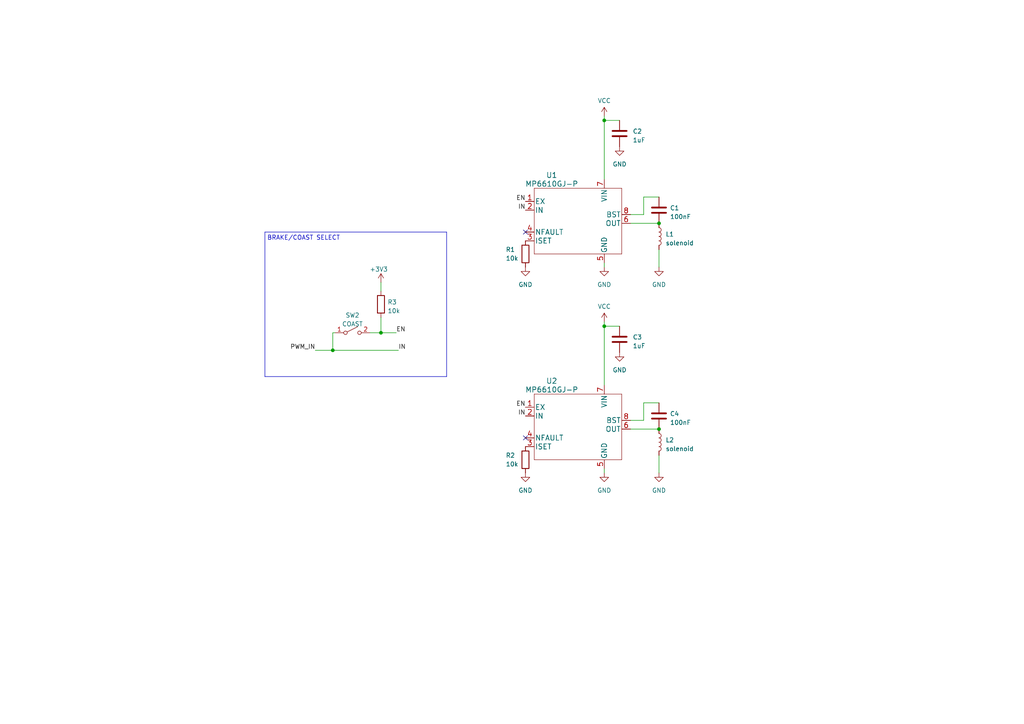
<source format=kicad_sch>
(kicad_sch (version 20230121) (generator eeschema)
  (paper "A4")
  (title_block (title "Solenoid Driver Module") (date "2023-02-24") (rev "0"))
  (lib_symbols
    (symbol "Device:C" (pin_numbers hide) (pin_names (offset 0.254))
      (property "Reference" "C" (at 0.635 2.54 0))
      (property "Value" "C" (at 0.635 -2.54 0))
      (symbol "C_0_1"
        (polyline (pts (xy -2.032 -0.762) (xy 2.032 -0.762)) (stroke (width 0.508)))
        (polyline (pts (xy -2.032 0.762) (xy 2.032 0.762)) (stroke (width 0.508)))
      )
      (symbol "C_1_1"
        (pin passive line (at 0 3.81 270) (length 2.794) (name "~") (number "1"))
        (pin passive line (at 0 -3.81 90) (length 2.794) (name "~") (number "2"))
      )
    )
    (symbol "Device:L" (pin_numbers hide) (pin_names (offset 1.016) hide)
      (property "Reference" "L" (at -1.27 0 90))
      (property "Value" "L" (at 1.905 0 90))
      (symbol "L_0_1"
        (arc (start 0 -2.54) (mid 0.6323 -1.905) (end 0 -1.27))
        (arc (start 0 -1.27) (mid 0.6323 -0.635) (end 0 0))
        (arc (start 0 0) (mid 0.6323 0.635) (end 0 1.27))
        (arc (start 0 1.27) (mid 0.6323 1.905) (end 0 2.54))
      )
      (symbol "L_1_1"
        (pin passive line (at 0 3.81 270) (length 1.27) (name "1") (number "1"))
        (pin passive line (at 0 -3.81 90) (length 1.27) (name "2") (number "2"))
      )
    )
    (symbol "Device:R" (pin_numbers hide) (pin_names (offset 0))
      (property "Reference" "R" (at 2.032 0 90))
      (property "Value" "R" (at 0 0 90))
      (symbol "R_0_1"
        (rectangle (start -1.016 -2.54) (end 1.016 2.54) (stroke (width 0.254)))
      )
      (symbol "R_1_1"
        (pin passive line (at 0 3.81 270) (length 1.27) (name "~") (number "1"))
        (pin passive line (at 0 -3.81 90) (length 1.27) (name "~") (number "2"))
      )
    )
    (symbol "MP6610GJ-P_1" (pin_names (offset 0.254))
      (property "Reference" "U1" (at 12.7 8.89 0))
      (property "Value" "MP6610GJ-P" (at 12.7 6.35 0))
      (symbol "MP6610GJ-P_1_1_1"
        (polyline (pts (xy 7.62 -13.97) (xy 33.02 -13.97)) (stroke (width 0.127)))
        (polyline (pts (xy 7.62 5.08) (xy 7.62 -13.97)) (stroke (width 0.127)))
        (polyline (pts (xy 33.02 -13.97) (xy 33.02 5.08)) (stroke (width 0.127)))
        (polyline (pts (xy 33.02 5.08) (xy 7.62 5.08)) (stroke (width 0.127)))
        (pin input line (at 5.08 1.27 0) (length 2.54) (name "EX") (number "1"))
        (pin input line (at 5.08 -1.27 0) (length 2.54) (name "IN") (number "2"))
        (pin passive line (at 5.08 -10.16 0) (length 2.54) (name "ISET") (number "3"))
        (pin passive line (at 5.08 -7.62 0) (length 2.54) (name "NFAULT") (number "4"))
        (pin power_in line (at 27.94 -16.51 90) (length 2.54) (name "GND") (number "5"))
        (pin output line (at 35.56 -5.08 180) (length 2.54) (name "OUT") (number "6"))
        (pin power_in line (at 27.94 7.62 270) (length 2.54) (name "VIN") (number "7"))
        (pin passive line (at 35.56 -2.54 180) (length 2.54) (name "BST") (number "8"))
      )
    )
    (symbol "Switch:SW_SPST" (pin_names (offset 0) hide)
      (property "Reference" "SW" (at 0 3.175 0))
      (property "Value" "SW_SPST" (at 0 -2.54 0))
      (symbol "SW_SPST_0_0"
        (circle (center -2.032 0) (radius 0.508))
        (polyline (pts (xy -1.524 0.254) (xy 1.524 1.778)))
        (circle (center 2.032 0) (radius 0.508))
      )
      (symbol "SW_SPST_1_1"
        (pin passive line (at -5.08 0 0) (length 2.54) (name "A") (number "1"))
        (pin passive line (at 5.08 0 180) (length 2.54) (name "B") (number "2"))
      )
    )
    (symbol "power:+3V3" (power) (pin_names (offset 0))
      (property "Value" "+3V3" (at 0 3.556 0))
      (symbol "+3V3_0_1"
        (polyline (pts (xy -0.762 1.27) (xy 0 2.54)))
        (polyline (pts (xy 0 0) (xy 0 2.54)))
        (polyline (pts (xy 0 2.54) (xy 0.762 1.27)))
      )
      (symbol "+3V3_1_1"
        (pin power_in line (at 0 0 90) (length 0) hide (name "+3V3") (number "1"))
      )
    )
    (symbol "power:GND" (power) (pin_names (offset 0))
      (property "Value" "GND" (at 0 -3.81 0))
      (symbol "GND_0_1"
        (polyline (pts (xy 0 0) (xy 0 -1.27) (xy 1.27 -1.27) (xy 0 -2.54) (xy -1.27 -1.27) (xy 0 -1.27)))
      )
      (symbol "GND_1_1"
        (pin power_in line (at 0 0 270) (length 0) hide (name "GND") (number "1"))
      )
    )
    (symbol "power:VCC" (power) (pin_names (offset 0))
      (property "Value" "VCC" (at 0 3.81 0))
      (symbol "VCC_0_1"
        (polyline (pts (xy -0.762 1.27) (xy 0 2.54)))
        (polyline (pts (xy 0 0) (xy 0 2.54)))
        (polyline (pts (xy 0 2.54) (xy 0.762 1.27)))
      )
      (symbol "VCC_1_1"
        (pin power_in line (at 0 0 90) (length 0) hide (name "VCC") (number "1"))
      )
    )
  )
  (junction (at 96.52 101.6))
  (junction (at 110.49 96.52))
  (junction (at 191.135 64.77))
  (junction (at 191.135 124.46))
  (junction (at 175.26 94.615))
  (junction (at 175.26 34.925))
  (no_connect (at 152.4 127))
  (no_connect (at 152.4 67.31))
  (wire (pts (xy 175.26 137.16) (xy 175.26 135.89)))
  (wire (pts (xy 107.315 96.52) (xy 110.49 96.52)))
  (polyline (pts (xy 129.54 109.22) (xy 76.835 109.22)))
  (wire (pts (xy 96.52 101.6) (xy 115.57 101.6)))
  (polyline (pts (xy 129.54 67.31) (xy 129.54 109.22)))
  (wire (pts (xy 191.135 132.08) (xy 191.135 137.16)))
  (wire (pts (xy 179.705 34.925) (xy 175.26 34.925)))
  (wire (pts (xy 182.88 124.46) (xy 191.135 124.46)))
  (polyline (pts (xy 76.835 67.31) (xy 76.835 109.22)))
  (wire (pts (xy 175.26 94.615) (xy 175.26 111.76)))
  (wire (pts (xy 175.26 77.47) (xy 175.26 76.2)))
  (wire (pts (xy 175.26 93.345) (xy 175.26 94.615)))
  (wire (pts (xy 186.69 116.84) (xy 191.135 116.84)))
  (wire (pts (xy 182.88 62.23) (xy 186.69 62.23)))
  (wire (pts (xy 175.26 33.655) (xy 175.26 34.925)))
  (wire (pts (xy 186.69 62.23) (xy 186.69 57.15)))
  (wire (pts (xy 175.26 34.925) (xy 175.26 52.07)))
  (wire (pts (xy 91.44 101.6) (xy 96.52 101.6)))
  (wire (pts (xy 110.49 92.075) (xy 110.49 96.52)))
  (wire (pts (xy 186.69 57.15) (xy 191.135 57.15)))
  (wire (pts (xy 110.49 96.52) (xy 114.935 96.52)))
  (wire (pts (xy 110.49 81.915) (xy 110.49 84.455)))
  (wire (pts (xy 96.52 96.52) (xy 97.155 96.52)))
  (polyline (pts (xy 76.835 67.31) (xy 129.54 67.31)))
  (wire (pts (xy 179.705 94.615) (xy 175.26 94.615)))
  (wire (pts (xy 191.135 72.39) (xy 191.135 77.47)))
  (wire (pts (xy 182.88 64.77) (xy 191.135 64.77)))
  (wire (pts (xy 186.69 121.92) (xy 186.69 116.84)))
  (wire (pts (xy 182.88 121.92) (xy 186.69 121.92)))
  (wire (pts (xy 96.52 101.6) (xy 96.52 96.52)))
  (text "BRAKE/COAST SELECT\n" (at 77.47 69.85 0) (effects (font (size 1.27 1.27)) (justify left bottom)))
  (label "PWM_IN" (at 91.44 101.6 180))
  (label "IN" (at 115.57 101.6 0))
  (label "IN" (at 152.4 60.96 180))
  (label "EN" (at 152.4 58.42 180))
  (label "EN" (at 114.935 96.52 0))
  (label "EN" (at 152.4 118.11 180))
  (label "IN" (at 152.4 120.65 180))
  (symbol (lib_id "power:GND") (at 191.135 77.47 0) (unit 1)
    (property "Reference" "#PWR04" (effects hide))
    (property "Value" "GND" (at 191.135 82.55 0))
  )
  (symbol (lib_id "Device:R") (at 152.4 133.35 0) (unit 1)
    (property "Reference" "R2" (at 146.685 132.08 0) (effects (justify left)))
    (property "Value" "10k" (at 146.685 134.62 0) (effects (justify left)))
  )
  (symbol (lib_id "Device:C") (at 191.135 120.65 0) (unit 1)
    (property "Reference" "C4" (at 194.31 120.015 0) (effects (justify left)))
    (property "Value" "100nF" (at 194.31 122.555 0) (effects (justify left)))
  )
  (symbol (lib_id "Switch:SW_SPST") (at 102.235 96.52 0) (unit 1)
    (property "Reference" "SW2" (at 102.235 91.44 0))
    (property "Value" "COAST" (at 102.235 93.98 0))
  )
  (symbol (lib_id "power:GND") (at 152.4 77.47 0) (unit 1)
    (property "Reference" "#PWR02" (effects hide))
    (property "Value" "GND" (at 152.4 82.55 0))
  )
  (symbol (lib_id "Device:R") (at 152.4 73.66 0) (unit 1)
    (property "Reference" "R1" (at 146.685 72.39 0) (effects (justify left)))
    (property "Value" "10k" (at 146.685 74.93 0) (effects (justify left)))
  )
  (symbol (lib_id "power:VCC") (at 175.26 33.655 0) (unit 1)
    (property "Reference" "#PWR09" (effects hide))
    (property "Value" "VCC" (at 175.26 29.21 0))
  )
  (symbol (lib_id "Device:R") (at 110.49 88.265 0) (unit 1)
    (property "Reference" "R3" (at 112.395 87.63 0) (effects (justify left)))
    (property "Value" "10k" (at 112.395 90.17 0) (effects (justify left)))
  )
  (symbol (lib_id "Device:L") (at 191.135 68.58 0) (unit 1)
    (property "Reference" "L1" (at 193.04 67.945 0) (effects (justify left)))
    (property "Value" "solenoid" (at 193.04 70.485 0) (effects (justify left)))
  )
  (symbol (lib_id "Device:C") (at 179.705 98.425 0) (unit 1)
    (property "Reference" "C3" (at 183.515 97.79 0) (effects (justify left)))
    (property "Value" "1uF" (at 183.515 100.33 0) (effects (justify left)))
  )
  (symbol (lib_id "Device:C") (at 179.705 38.735 0) (unit 1)
    (property "Reference" "C2" (at 183.515 38.1 0) (effects (justify left)))
    (property "Value" "1uF" (at 183.515 40.64 0) (effects (justify left)))
  )
  (symbol (lib_name "MP6610GJ-P_1") (lib_id "MP6610:MP6610GJ-P") (at 147.32 119.38 0) (unit 1)
    (property "Reference" "U2" (at 160.02 110.49 0) (effects (font (size 1.524 1.524))))
    (property "Value" "MP6610GJ-P" (at 160.02 113.03 0) (effects (font (size 1.524 1.524))))
    (property "Footprint" "TSOT23-8_MP6610_MNP" (effects hide))
  )
  (symbol (lib_id "Device:C") (at 191.135 60.96 0) (unit 1)
    (property "Reference" "C1" (at 194.31 60.325 0) (effects (justify left)))
    (property "Value" "100nF" (at 194.31 62.865 0) (effects (justify left)))
  )
  (symbol (lib_id "power:+3V3") (at 110.49 81.915 0) (unit 1)
    (property "Reference" "#PWR011" (effects hide))
    (property "Value" "+3V3" (at 109.855 78.105 0))
  )
  (symbol (lib_id "power:GND") (at 175.26 137.16 0) (unit 1)
    (property "Reference" "#PWR07" (effects hide))
    (property "Value" "GND" (at 175.26 142.24 0))
  )
  (symbol (lib_id "power:GND") (at 152.4 137.16 0) (unit 1)
    (property "Reference" "#PWR05" (effects hide))
    (property "Value" "GND" (at 152.4 142.24 0))
  )
  (symbol (lib_id "power:GND") (at 179.705 42.545 0) (unit 1)
    (property "Reference" "#PWR03" (effects hide))
    (property "Value" "GND" (at 179.705 47.625 0))
  )
  (symbol (lib_id "power:GND") (at 175.26 77.47 0) (unit 1)
    (property "Reference" "#PWR01" (effects hide))
    (property "Value" "GND" (at 175.26 82.55 0))
  )
  (symbol (lib_name "MP6610GJ-P_1") (lib_id "MP6610:MP6610GJ-P") (at 147.32 59.69 0) (unit 1)
    (property "Reference" "U1" (at 160.02 50.8 0) (effects (font (size 1.524 1.524))))
    (property "Value" "MP6610GJ-P" (at 160.02 53.34 0) (effects (font (size 1.524 1.524))))
    (property "Footprint" "TSOT23-8_MP6610_MNP" (effects hide))
  )
  (symbol (lib_id "Device:L") (at 191.135 128.27 0) (unit 1)
    (property "Reference" "L2" (at 193.04 127.635 0) (effects (justify left)))
    (property "Value" "solenoid" (at 193.04 130.175 0) (effects (justify left)))
  )
  (symbol (lib_id "power:GND") (at 179.705 102.235 0) (unit 1)
    (property "Reference" "#PWR08" (effects hide))
    (property "Value" "GND" (at 179.705 107.315 0))
  )
  (symbol (lib_id "power:GND") (at 191.135 137.16 0) (unit 1)
    (property "Reference" "#PWR010" (effects hide))
    (property "Value" "GND" (at 191.135 142.24 0))
  )
  (symbol (lib_id "power:VCC") (at 175.26 93.345 0) (unit 1)
    (property "Reference" "#PWR06" (effects hide))
    (property "Value" "VCC" (at 175.26 88.9 0))
  )
)
</source>
